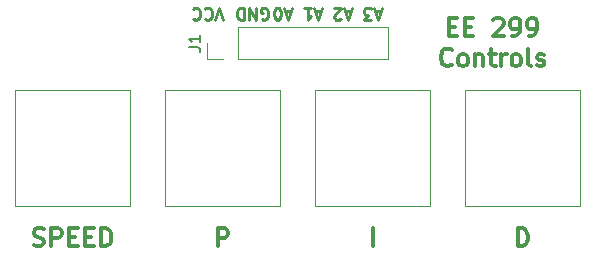
<source format=gbr>
G04 #@! TF.GenerationSoftware,KiCad,Pcbnew,5.1.9-73d0e3b20d~88~ubuntu20.04.1*
G04 #@! TF.CreationDate,2022-04-18T23:00:47-07:00*
G04 #@! TF.ProjectId,Photo_Resistor_Sensing,50686f74-6f5f-4526-9573-6973746f725f,rev?*
G04 #@! TF.SameCoordinates,Original*
G04 #@! TF.FileFunction,Legend,Top*
G04 #@! TF.FilePolarity,Positive*
%FSLAX46Y46*%
G04 Gerber Fmt 4.6, Leading zero omitted, Abs format (unit mm)*
G04 Created by KiCad (PCBNEW 5.1.9-73d0e3b20d~88~ubuntu20.04.1) date 2022-04-18 23:00:47*
%MOMM*%
%LPD*%
G01*
G04 APERTURE LIST*
%ADD10C,0.300000*%
%ADD11C,0.250000*%
%ADD12C,0.120000*%
%ADD13C,0.150000*%
G04 APERTURE END LIST*
D10*
X129635714Y-64657857D02*
X130135714Y-64657857D01*
X130350000Y-65443571D02*
X129635714Y-65443571D01*
X129635714Y-63943571D01*
X130350000Y-63943571D01*
X130992857Y-64657857D02*
X131492857Y-64657857D01*
X131707142Y-65443571D02*
X130992857Y-65443571D01*
X130992857Y-63943571D01*
X131707142Y-63943571D01*
X133421428Y-64086428D02*
X133492857Y-64015000D01*
X133635714Y-63943571D01*
X133992857Y-63943571D01*
X134135714Y-64015000D01*
X134207142Y-64086428D01*
X134278571Y-64229285D01*
X134278571Y-64372142D01*
X134207142Y-64586428D01*
X133350000Y-65443571D01*
X134278571Y-65443571D01*
X134992857Y-65443571D02*
X135278571Y-65443571D01*
X135421428Y-65372142D01*
X135492857Y-65300714D01*
X135635714Y-65086428D01*
X135707142Y-64800714D01*
X135707142Y-64229285D01*
X135635714Y-64086428D01*
X135564285Y-64015000D01*
X135421428Y-63943571D01*
X135135714Y-63943571D01*
X134992857Y-64015000D01*
X134921428Y-64086428D01*
X134850000Y-64229285D01*
X134850000Y-64586428D01*
X134921428Y-64729285D01*
X134992857Y-64800714D01*
X135135714Y-64872142D01*
X135421428Y-64872142D01*
X135564285Y-64800714D01*
X135635714Y-64729285D01*
X135707142Y-64586428D01*
X136421428Y-65443571D02*
X136707142Y-65443571D01*
X136850000Y-65372142D01*
X136921428Y-65300714D01*
X137064285Y-65086428D01*
X137135714Y-64800714D01*
X137135714Y-64229285D01*
X137064285Y-64086428D01*
X136992857Y-64015000D01*
X136850000Y-63943571D01*
X136564285Y-63943571D01*
X136421428Y-64015000D01*
X136350000Y-64086428D01*
X136278571Y-64229285D01*
X136278571Y-64586428D01*
X136350000Y-64729285D01*
X136421428Y-64800714D01*
X136564285Y-64872142D01*
X136850000Y-64872142D01*
X136992857Y-64800714D01*
X137064285Y-64729285D01*
X137135714Y-64586428D01*
X129885714Y-67850714D02*
X129814285Y-67922142D01*
X129600000Y-67993571D01*
X129457142Y-67993571D01*
X129242857Y-67922142D01*
X129100000Y-67779285D01*
X129028571Y-67636428D01*
X128957142Y-67350714D01*
X128957142Y-67136428D01*
X129028571Y-66850714D01*
X129100000Y-66707857D01*
X129242857Y-66565000D01*
X129457142Y-66493571D01*
X129600000Y-66493571D01*
X129814285Y-66565000D01*
X129885714Y-66636428D01*
X130742857Y-67993571D02*
X130600000Y-67922142D01*
X130528571Y-67850714D01*
X130457142Y-67707857D01*
X130457142Y-67279285D01*
X130528571Y-67136428D01*
X130600000Y-67065000D01*
X130742857Y-66993571D01*
X130957142Y-66993571D01*
X131100000Y-67065000D01*
X131171428Y-67136428D01*
X131242857Y-67279285D01*
X131242857Y-67707857D01*
X131171428Y-67850714D01*
X131100000Y-67922142D01*
X130957142Y-67993571D01*
X130742857Y-67993571D01*
X131885714Y-66993571D02*
X131885714Y-67993571D01*
X131885714Y-67136428D02*
X131957142Y-67065000D01*
X132100000Y-66993571D01*
X132314285Y-66993571D01*
X132457142Y-67065000D01*
X132528571Y-67207857D01*
X132528571Y-67993571D01*
X133028571Y-66993571D02*
X133600000Y-66993571D01*
X133242857Y-66493571D02*
X133242857Y-67779285D01*
X133314285Y-67922142D01*
X133457142Y-67993571D01*
X133600000Y-67993571D01*
X134100000Y-67993571D02*
X134100000Y-66993571D01*
X134100000Y-67279285D02*
X134171428Y-67136428D01*
X134242857Y-67065000D01*
X134385714Y-66993571D01*
X134528571Y-66993571D01*
X135242857Y-67993571D02*
X135100000Y-67922142D01*
X135028571Y-67850714D01*
X134957142Y-67707857D01*
X134957142Y-67279285D01*
X135028571Y-67136428D01*
X135100000Y-67065000D01*
X135242857Y-66993571D01*
X135457142Y-66993571D01*
X135600000Y-67065000D01*
X135671428Y-67136428D01*
X135742857Y-67279285D01*
X135742857Y-67707857D01*
X135671428Y-67850714D01*
X135600000Y-67922142D01*
X135457142Y-67993571D01*
X135242857Y-67993571D01*
X136600000Y-67993571D02*
X136457142Y-67922142D01*
X136385714Y-67779285D01*
X136385714Y-66493571D01*
X137100000Y-67922142D02*
X137242857Y-67993571D01*
X137528571Y-67993571D01*
X137671428Y-67922142D01*
X137742857Y-67779285D01*
X137742857Y-67707857D01*
X137671428Y-67565000D01*
X137528571Y-67493571D01*
X137314285Y-67493571D01*
X137171428Y-67422142D01*
X137100000Y-67279285D01*
X137100000Y-67207857D01*
X137171428Y-67065000D01*
X137314285Y-66993571D01*
X137528571Y-66993571D01*
X137671428Y-67065000D01*
D11*
X123904285Y-63333333D02*
X123428095Y-63333333D01*
X123999523Y-63047619D02*
X123666190Y-64047619D01*
X123332857Y-63047619D01*
X123094761Y-64047619D02*
X122475714Y-64047619D01*
X122809047Y-63666666D01*
X122666190Y-63666666D01*
X122570952Y-63619047D01*
X122523333Y-63571428D01*
X122475714Y-63476190D01*
X122475714Y-63238095D01*
X122523333Y-63142857D01*
X122570952Y-63095238D01*
X122666190Y-63047619D01*
X122951904Y-63047619D01*
X123047142Y-63095238D01*
X123094761Y-63142857D01*
X121364285Y-63333333D02*
X120888095Y-63333333D01*
X121459523Y-63047619D02*
X121126190Y-64047619D01*
X120792857Y-63047619D01*
X120507142Y-63952380D02*
X120459523Y-64000000D01*
X120364285Y-64047619D01*
X120126190Y-64047619D01*
X120030952Y-64000000D01*
X119983333Y-63952380D01*
X119935714Y-63857142D01*
X119935714Y-63761904D01*
X119983333Y-63619047D01*
X120554761Y-63047619D01*
X119935714Y-63047619D01*
X118824285Y-63333333D02*
X118348095Y-63333333D01*
X118919523Y-63047619D02*
X118586190Y-64047619D01*
X118252857Y-63047619D01*
X117395714Y-63047619D02*
X117967142Y-63047619D01*
X117681428Y-63047619D02*
X117681428Y-64047619D01*
X117776666Y-63904761D01*
X117871904Y-63809523D01*
X117967142Y-63761904D01*
X116284285Y-63333333D02*
X115808095Y-63333333D01*
X116379523Y-63047619D02*
X116046190Y-64047619D01*
X115712857Y-63047619D01*
X115189047Y-64047619D02*
X115093809Y-64047619D01*
X114998571Y-64000000D01*
X114950952Y-63952380D01*
X114903333Y-63857142D01*
X114855714Y-63666666D01*
X114855714Y-63428571D01*
X114903333Y-63238095D01*
X114950952Y-63142857D01*
X114998571Y-63095238D01*
X115093809Y-63047619D01*
X115189047Y-63047619D01*
X115284285Y-63095238D01*
X115331904Y-63142857D01*
X115379523Y-63238095D01*
X115427142Y-63428571D01*
X115427142Y-63666666D01*
X115379523Y-63857142D01*
X115331904Y-63952380D01*
X115284285Y-64000000D01*
X115189047Y-64047619D01*
X113791904Y-64000000D02*
X113887142Y-64047619D01*
X114030000Y-64047619D01*
X114172857Y-64000000D01*
X114268095Y-63904761D01*
X114315714Y-63809523D01*
X114363333Y-63619047D01*
X114363333Y-63476190D01*
X114315714Y-63285714D01*
X114268095Y-63190476D01*
X114172857Y-63095238D01*
X114030000Y-63047619D01*
X113934761Y-63047619D01*
X113791904Y-63095238D01*
X113744285Y-63142857D01*
X113744285Y-63476190D01*
X113934761Y-63476190D01*
X113315714Y-63047619D02*
X113315714Y-64047619D01*
X112744285Y-63047619D01*
X112744285Y-64047619D01*
X112268095Y-63047619D02*
X112268095Y-64047619D01*
X112030000Y-64047619D01*
X111887142Y-64000000D01*
X111791904Y-63904761D01*
X111744285Y-63809523D01*
X111696666Y-63619047D01*
X111696666Y-63476190D01*
X111744285Y-63285714D01*
X111791904Y-63190476D01*
X111887142Y-63095238D01*
X112030000Y-63047619D01*
X112268095Y-63047619D01*
X110553333Y-64047619D02*
X110220000Y-63047619D01*
X109886666Y-64047619D01*
X108981904Y-63142857D02*
X109029523Y-63095238D01*
X109172380Y-63047619D01*
X109267619Y-63047619D01*
X109410476Y-63095238D01*
X109505714Y-63190476D01*
X109553333Y-63285714D01*
X109600952Y-63476190D01*
X109600952Y-63619047D01*
X109553333Y-63809523D01*
X109505714Y-63904761D01*
X109410476Y-64000000D01*
X109267619Y-64047619D01*
X109172380Y-64047619D01*
X109029523Y-64000000D01*
X108981904Y-63952380D01*
X107981904Y-63142857D02*
X108029523Y-63095238D01*
X108172380Y-63047619D01*
X108267619Y-63047619D01*
X108410476Y-63095238D01*
X108505714Y-63190476D01*
X108553333Y-63285714D01*
X108600952Y-63476190D01*
X108600952Y-63619047D01*
X108553333Y-63809523D01*
X108505714Y-63904761D01*
X108410476Y-64000000D01*
X108267619Y-64047619D01*
X108172380Y-64047619D01*
X108029523Y-64000000D01*
X107981904Y-63952380D01*
D10*
X135497142Y-83228571D02*
X135497142Y-81728571D01*
X135854285Y-81728571D01*
X136068571Y-81800000D01*
X136211428Y-81942857D01*
X136282857Y-82085714D01*
X136354285Y-82371428D01*
X136354285Y-82585714D01*
X136282857Y-82871428D01*
X136211428Y-83014285D01*
X136068571Y-83157142D01*
X135854285Y-83228571D01*
X135497142Y-83228571D01*
X123190000Y-83228571D02*
X123190000Y-81728571D01*
X110097142Y-83228571D02*
X110097142Y-81728571D01*
X110668571Y-81728571D01*
X110811428Y-81800000D01*
X110882857Y-81871428D01*
X110954285Y-82014285D01*
X110954285Y-82228571D01*
X110882857Y-82371428D01*
X110811428Y-82442857D01*
X110668571Y-82514285D01*
X110097142Y-82514285D01*
X94504285Y-83157142D02*
X94718571Y-83228571D01*
X95075714Y-83228571D01*
X95218571Y-83157142D01*
X95290000Y-83085714D01*
X95361428Y-82942857D01*
X95361428Y-82800000D01*
X95290000Y-82657142D01*
X95218571Y-82585714D01*
X95075714Y-82514285D01*
X94790000Y-82442857D01*
X94647142Y-82371428D01*
X94575714Y-82300000D01*
X94504285Y-82157142D01*
X94504285Y-82014285D01*
X94575714Y-81871428D01*
X94647142Y-81800000D01*
X94790000Y-81728571D01*
X95147142Y-81728571D01*
X95361428Y-81800000D01*
X96004285Y-83228571D02*
X96004285Y-81728571D01*
X96575714Y-81728571D01*
X96718571Y-81800000D01*
X96790000Y-81871428D01*
X96861428Y-82014285D01*
X96861428Y-82228571D01*
X96790000Y-82371428D01*
X96718571Y-82442857D01*
X96575714Y-82514285D01*
X96004285Y-82514285D01*
X97504285Y-82442857D02*
X98004285Y-82442857D01*
X98218571Y-83228571D02*
X97504285Y-83228571D01*
X97504285Y-81728571D01*
X98218571Y-81728571D01*
X98861428Y-82442857D02*
X99361428Y-82442857D01*
X99575714Y-83228571D02*
X98861428Y-83228571D01*
X98861428Y-81728571D01*
X99575714Y-81728571D01*
X100218571Y-83228571D02*
X100218571Y-81728571D01*
X100575714Y-81728571D01*
X100790000Y-81800000D01*
X100932857Y-81942857D01*
X101004285Y-82085714D01*
X101075714Y-82371428D01*
X101075714Y-82585714D01*
X101004285Y-82871428D01*
X100932857Y-83014285D01*
X100790000Y-83157142D01*
X100575714Y-83228571D01*
X100218571Y-83228571D01*
D12*
G04 #@! TO.C,J1*
X109160000Y-67370000D02*
X109160000Y-66040000D01*
X110490000Y-67370000D02*
X109160000Y-67370000D01*
X111760000Y-67370000D02*
X111760000Y-64710000D01*
X111760000Y-64710000D02*
X124520000Y-64710000D01*
X111760000Y-67370000D02*
X124520000Y-67370000D01*
X124520000Y-67370000D02*
X124520000Y-64710000D01*
G04 #@! TO.C,RV1*
X102675000Y-79800000D02*
X92905000Y-79800000D01*
X102675000Y-70030000D02*
X92905000Y-70030000D01*
X92905000Y-70030000D02*
X92905000Y-79800000D01*
X102675000Y-70030000D02*
X102675000Y-79800000D01*
G04 #@! TO.C,RV2*
X115375000Y-70030000D02*
X115375000Y-79800000D01*
X105605000Y-70030000D02*
X105605000Y-79800000D01*
X115375000Y-70030000D02*
X105605000Y-70030000D01*
X115375000Y-79800000D02*
X105605000Y-79800000D01*
G04 #@! TO.C,RV3*
X128075000Y-79800000D02*
X118305000Y-79800000D01*
X128075000Y-70030000D02*
X118305000Y-70030000D01*
X118305000Y-70030000D02*
X118305000Y-79800000D01*
X128075000Y-70030000D02*
X128075000Y-79800000D01*
G04 #@! TO.C,RV4*
X140775000Y-70030000D02*
X140775000Y-79800000D01*
X131005000Y-70030000D02*
X131005000Y-79800000D01*
X140775000Y-70030000D02*
X131005000Y-70030000D01*
X140775000Y-79800000D02*
X131005000Y-79800000D01*
G04 #@! TO.C,J1*
D13*
X107612380Y-66373333D02*
X108326666Y-66373333D01*
X108469523Y-66420952D01*
X108564761Y-66516190D01*
X108612380Y-66659047D01*
X108612380Y-66754285D01*
X108612380Y-65373333D02*
X108612380Y-65944761D01*
X108612380Y-65659047D02*
X107612380Y-65659047D01*
X107755238Y-65754285D01*
X107850476Y-65849523D01*
X107898095Y-65944761D01*
G04 #@! TD*
M02*

</source>
